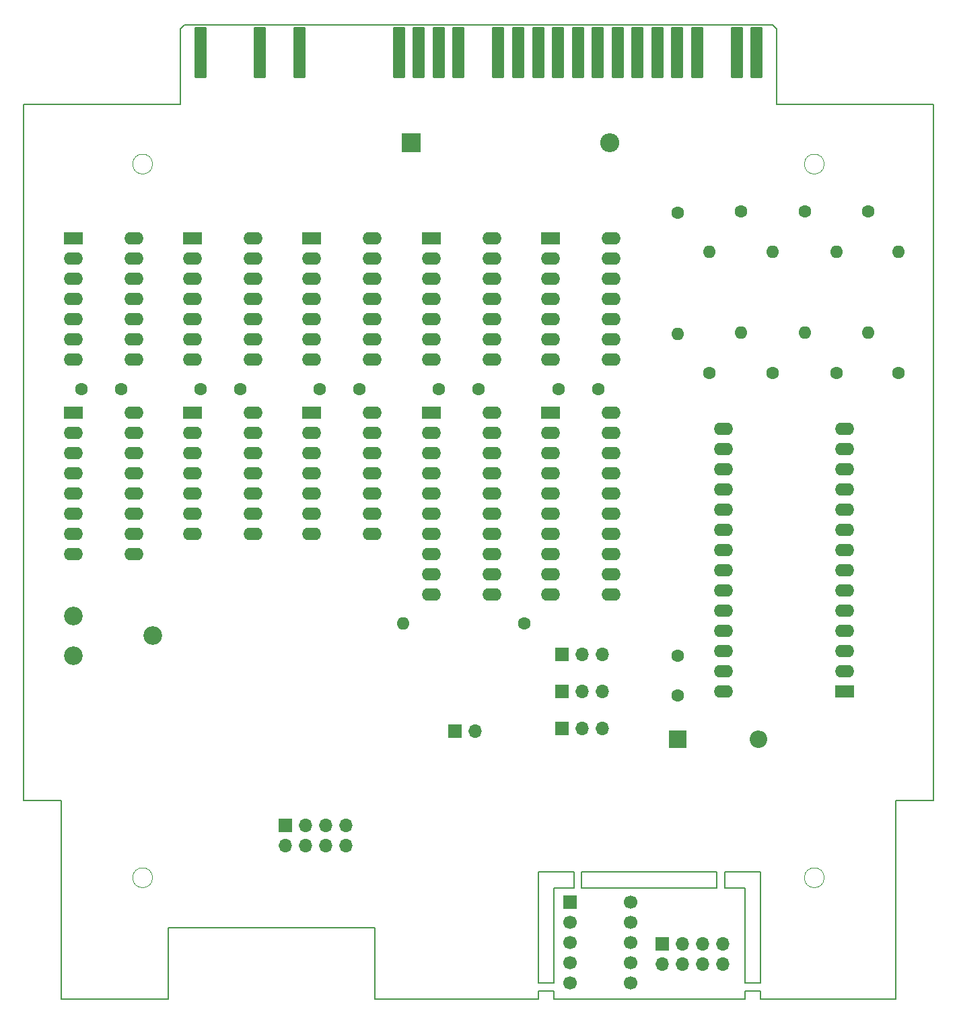
<source format=gbr>
%TF.GenerationSoftware,KiCad,Pcbnew,8.0.2*%
%TF.CreationDate,2024-05-12T21:20:15+02:00*%
%TF.ProjectId,M062.2,4d303632-2e32-42e6-9b69-6361645f7063,2*%
%TF.SameCoordinates,Original*%
%TF.FileFunction,Soldermask,Bot*%
%TF.FilePolarity,Negative*%
%FSLAX46Y46*%
G04 Gerber Fmt 4.6, Leading zero omitted, Abs format (unit mm)*
G04 Created by KiCad (PCBNEW 8.0.2) date 2024-05-12 21:20:15*
%MOMM*%
%LPD*%
G01*
G04 APERTURE LIST*
G04 Aperture macros list*
%AMRoundRect*
0 Rectangle with rounded corners*
0 $1 Rounding radius*
0 $2 $3 $4 $5 $6 $7 $8 $9 X,Y pos of 4 corners*
0 Add a 4 corners polygon primitive as box body*
4,1,4,$2,$3,$4,$5,$6,$7,$8,$9,$2,$3,0*
0 Add four circle primitives for the rounded corners*
1,1,$1+$1,$2,$3*
1,1,$1+$1,$4,$5*
1,1,$1+$1,$6,$7*
1,1,$1+$1,$8,$9*
0 Add four rect primitives between the rounded corners*
20,1,$1+$1,$2,$3,$4,$5,0*
20,1,$1+$1,$4,$5,$6,$7,0*
20,1,$1+$1,$6,$7,$8,$9,0*
20,1,$1+$1,$8,$9,$2,$3,0*%
G04 Aperture macros list end*
%ADD10C,2.340000*%
%ADD11R,2.400000X1.600000*%
%ADD12O,2.400000X1.600000*%
%ADD13C,1.600000*%
%ADD14O,1.600000X1.600000*%
%ADD15R,2.400000X2.400000*%
%ADD16O,2.400000X2.400000*%
%ADD17RoundRect,0.150000X-0.600000X-3.100000X0.600000X-3.100000X0.600000X3.100000X-0.600000X3.100000X0*%
%ADD18R,1.700000X1.700000*%
%ADD19C,1.700000*%
%ADD20O,1.700000X1.700000*%
%ADD21R,2.200000X2.200000*%
%ADD22O,2.200000X2.200000*%
%TA.AperFunction,Profile*%
%ADD23C,0.150000*%
%TD*%
%TA.AperFunction,Profile*%
%ADD24C,0.120000*%
%TD*%
G04 APERTURE END LIST*
D10*
%TO.C,RV1*%
X101000000Y-120500000D03*
X111000000Y-118000000D03*
X101000000Y-115500000D03*
%TD*%
D11*
%TO.C,U1*%
X116000000Y-68000000D03*
D12*
X116000000Y-70540000D03*
X116000000Y-73080000D03*
X116000000Y-75620000D03*
X116000000Y-78160000D03*
X116000000Y-80700000D03*
X116000000Y-83240000D03*
X123620000Y-83240000D03*
X123620000Y-80700000D03*
X123620000Y-78160000D03*
X123620000Y-75620000D03*
X123620000Y-73080000D03*
X123620000Y-70540000D03*
X123620000Y-68000000D03*
%TD*%
D13*
%TO.C,R6*%
X185000000Y-64680000D03*
D14*
X185000000Y-79920000D03*
%TD*%
D13*
%TO.C,R3*%
X197000000Y-85000000D03*
D14*
X197000000Y-69760000D03*
%TD*%
D15*
%TO.C,C1*%
X143500000Y-56000000D03*
D16*
X168500000Y-56000000D03*
%TD*%
D17*
%TO.C,X1*%
X186960000Y-44700000D03*
X184460000Y-44700000D03*
X179460000Y-44700000D03*
X176960000Y-44700000D03*
X174460000Y-44700000D03*
X171960000Y-44700000D03*
X169460000Y-44700000D03*
X166960000Y-44700000D03*
X164460000Y-44700000D03*
X161960000Y-44700000D03*
X159460000Y-44700000D03*
X156960000Y-44700000D03*
X154460000Y-44700000D03*
X149460000Y-44700000D03*
X146960000Y-44700000D03*
X144460000Y-44700000D03*
X141960000Y-44700000D03*
X129460000Y-44700000D03*
X124460000Y-44700000D03*
X116960000Y-44700000D03*
%TD*%
D13*
%TO.C,R9*%
X157740000Y-116500000D03*
D14*
X142500000Y-116500000D03*
%TD*%
D13*
%TO.C,R7*%
X181000000Y-85000000D03*
D14*
X181000000Y-69760000D03*
%TD*%
D18*
%TO.C,U12*%
X163500000Y-151500000D03*
D19*
X163500000Y-154040000D03*
X163500000Y-156580000D03*
X163500000Y-159120000D03*
X163500000Y-161660000D03*
X171120000Y-161660000D03*
X171120000Y-159120000D03*
X171120000Y-156580000D03*
X171120000Y-154040000D03*
X171120000Y-151500000D03*
%TD*%
D11*
%TO.C,U11*%
X198000000Y-125000000D03*
D12*
X198000000Y-122460000D03*
X198000000Y-119920000D03*
X198000000Y-117380000D03*
X198000000Y-114840000D03*
X198000000Y-112300000D03*
X198000000Y-109760000D03*
X198000000Y-107220000D03*
X198000000Y-104680000D03*
X198000000Y-102140000D03*
X198000000Y-99600000D03*
X198000000Y-97060000D03*
X198000000Y-94520000D03*
X198000000Y-91980000D03*
X182760000Y-91980000D03*
X182760000Y-94520000D03*
X182760000Y-97060000D03*
X182760000Y-99600000D03*
X182760000Y-102140000D03*
X182760000Y-104680000D03*
X182760000Y-107220000D03*
X182760000Y-109760000D03*
X182760000Y-112300000D03*
X182760000Y-114840000D03*
X182760000Y-117380000D03*
X182760000Y-119920000D03*
X182760000Y-122460000D03*
X182760000Y-125000000D03*
%TD*%
D13*
%TO.C,R1*%
X204760000Y-85000000D03*
D14*
X204760000Y-69760000D03*
%TD*%
D13*
%TO.C,R2*%
X201000000Y-64680000D03*
D14*
X201000000Y-79920000D03*
%TD*%
D11*
%TO.C,U9*%
X131000000Y-68000000D03*
D12*
X131000000Y-70540000D03*
X131000000Y-73080000D03*
X131000000Y-75620000D03*
X131000000Y-78160000D03*
X131000000Y-80700000D03*
X131000000Y-83240000D03*
X138620000Y-83240000D03*
X138620000Y-80700000D03*
X138620000Y-78160000D03*
X138620000Y-75620000D03*
X138620000Y-73080000D03*
X138620000Y-70540000D03*
X138620000Y-68000000D03*
%TD*%
D18*
%TO.C,JP4*%
X162475000Y-120350000D03*
D20*
X165015000Y-120350000D03*
X167555000Y-120350000D03*
%TD*%
D11*
%TO.C,U2*%
X146000000Y-68000000D03*
D12*
X146000000Y-70540000D03*
X146000000Y-73080000D03*
X146000000Y-75620000D03*
X146000000Y-78160000D03*
X146000000Y-80700000D03*
X146000000Y-83240000D03*
X153620000Y-83240000D03*
X153620000Y-80700000D03*
X153620000Y-78160000D03*
X153620000Y-75620000D03*
X153620000Y-73080000D03*
X153620000Y-70540000D03*
X153620000Y-68000000D03*
%TD*%
D21*
%TO.C,D1*%
X177000000Y-131000000D03*
D22*
X187160000Y-131000000D03*
%TD*%
D13*
%TO.C,C7*%
X177000000Y-125500000D03*
X177000000Y-120500000D03*
%TD*%
D11*
%TO.C,U3*%
X116000000Y-90000000D03*
D12*
X116000000Y-92540000D03*
X116000000Y-95080000D03*
X116000000Y-97620000D03*
X116000000Y-100160000D03*
X116000000Y-102700000D03*
X116000000Y-105240000D03*
X123620000Y-105240000D03*
X123620000Y-102700000D03*
X123620000Y-100160000D03*
X123620000Y-97620000D03*
X123620000Y-95080000D03*
X123620000Y-92540000D03*
X123620000Y-90000000D03*
%TD*%
D18*
%TO.C,JP2*%
X149000000Y-130000000D03*
D20*
X151540000Y-130000000D03*
%TD*%
D13*
%TO.C,C5*%
X152000000Y-87000000D03*
X147000000Y-87000000D03*
%TD*%
D18*
%TO.C,J1*%
X127650000Y-141875000D03*
D20*
X127650000Y-144415000D03*
X130190000Y-141875000D03*
X130190000Y-144415000D03*
X132730000Y-141875000D03*
X132730000Y-144415000D03*
X135270000Y-141875000D03*
X135270000Y-144415000D03*
%TD*%
D11*
%TO.C,U5*%
X101000000Y-90000000D03*
D12*
X101000000Y-92540000D03*
X101000000Y-95080000D03*
X101000000Y-97620000D03*
X101000000Y-100160000D03*
X101000000Y-102700000D03*
X101000000Y-105240000D03*
X101000000Y-107780000D03*
X108620000Y-107780000D03*
X108620000Y-105240000D03*
X108620000Y-102700000D03*
X108620000Y-100160000D03*
X108620000Y-97620000D03*
X108620000Y-95080000D03*
X108620000Y-92540000D03*
X108620000Y-90000000D03*
%TD*%
D13*
%TO.C,R4*%
X193000000Y-64680000D03*
D14*
X193000000Y-79920000D03*
%TD*%
D13*
%TO.C,C2*%
X107000000Y-87000000D03*
X102000000Y-87000000D03*
%TD*%
D11*
%TO.C,U8*%
X101000000Y-68000000D03*
D12*
X101000000Y-70540000D03*
X101000000Y-73080000D03*
X101000000Y-75620000D03*
X101000000Y-78160000D03*
X101000000Y-80700000D03*
X101000000Y-83240000D03*
X108620000Y-83240000D03*
X108620000Y-80700000D03*
X108620000Y-78160000D03*
X108620000Y-75620000D03*
X108620000Y-73080000D03*
X108620000Y-70540000D03*
X108620000Y-68000000D03*
%TD*%
D13*
%TO.C,R8*%
X177000000Y-64840000D03*
D14*
X177000000Y-80080000D03*
%TD*%
D11*
%TO.C,U7*%
X161000000Y-90000000D03*
D12*
X161000000Y-92540000D03*
X161000000Y-95080000D03*
X161000000Y-97620000D03*
X161000000Y-100160000D03*
X161000000Y-102700000D03*
X161000000Y-105240000D03*
X161000000Y-107780000D03*
X161000000Y-110320000D03*
X161000000Y-112860000D03*
X168620000Y-112860000D03*
X168620000Y-110320000D03*
X168620000Y-107780000D03*
X168620000Y-105240000D03*
X168620000Y-102700000D03*
X168620000Y-100160000D03*
X168620000Y-97620000D03*
X168620000Y-95080000D03*
X168620000Y-92540000D03*
X168620000Y-90000000D03*
%TD*%
D13*
%TO.C,R5*%
X189000000Y-85000000D03*
D14*
X189000000Y-69760000D03*
%TD*%
D13*
%TO.C,C6*%
X167000000Y-87000000D03*
X162000000Y-87000000D03*
%TD*%
%TO.C,C3*%
X122000000Y-87000000D03*
X117000000Y-87000000D03*
%TD*%
D11*
%TO.C,U4*%
X161000000Y-68000000D03*
D12*
X161000000Y-70540000D03*
X161000000Y-73080000D03*
X161000000Y-75620000D03*
X161000000Y-78160000D03*
X161000000Y-80700000D03*
X161000000Y-83240000D03*
X168620000Y-83240000D03*
X168620000Y-80700000D03*
X168620000Y-78160000D03*
X168620000Y-75620000D03*
X168620000Y-73080000D03*
X168620000Y-70540000D03*
X168620000Y-68000000D03*
%TD*%
D13*
%TO.C,C4*%
X137000000Y-87000000D03*
X132000000Y-87000000D03*
%TD*%
D11*
%TO.C,U10*%
X146000000Y-90000000D03*
D12*
X146000000Y-92540000D03*
X146000000Y-95080000D03*
X146000000Y-97620000D03*
X146000000Y-100160000D03*
X146000000Y-102700000D03*
X146000000Y-105240000D03*
X146000000Y-107780000D03*
X146000000Y-110320000D03*
X146000000Y-112860000D03*
X153620000Y-112860000D03*
X153620000Y-110320000D03*
X153620000Y-107780000D03*
X153620000Y-105240000D03*
X153620000Y-102700000D03*
X153620000Y-100160000D03*
X153620000Y-97620000D03*
X153620000Y-95080000D03*
X153620000Y-92540000D03*
X153620000Y-90000000D03*
%TD*%
D18*
%TO.C,JP1*%
X162475000Y-129650000D03*
D20*
X165015000Y-129650000D03*
X167555000Y-129650000D03*
%TD*%
D18*
%TO.C,JP3*%
X162475000Y-125000000D03*
D20*
X165015000Y-125000000D03*
X167555000Y-125000000D03*
%TD*%
D11*
%TO.C,U6*%
X131000000Y-90000000D03*
D12*
X131000000Y-92540000D03*
X131000000Y-95080000D03*
X131000000Y-97620000D03*
X131000000Y-100160000D03*
X131000000Y-102700000D03*
X131000000Y-105240000D03*
X138620000Y-105240000D03*
X138620000Y-102700000D03*
X138620000Y-100160000D03*
X138620000Y-97620000D03*
X138620000Y-95080000D03*
X138620000Y-92540000D03*
X138620000Y-90000000D03*
%TD*%
D18*
%TO.C,J2*%
X175080000Y-156760000D03*
D20*
X175080000Y-159300000D03*
X177620000Y-156760000D03*
X177620000Y-159300000D03*
X180160000Y-156760000D03*
X180160000Y-159300000D03*
X182700000Y-156760000D03*
X182700000Y-159300000D03*
%TD*%
D23*
%TO.C,X1*%
X94710000Y-51200000D02*
X94710000Y-138700000D01*
X99460000Y-138700000D02*
X94710000Y-138700000D01*
X99460000Y-138700000D02*
X99460000Y-163700000D01*
X112960000Y-154700000D02*
X112960000Y-163700000D01*
X112960000Y-154700000D02*
X138960000Y-154700000D01*
X112960000Y-163700000D02*
X99460000Y-163700000D01*
X114460000Y-41700000D02*
X114960000Y-41200000D01*
X114460000Y-51200000D02*
X94710000Y-51200000D01*
X114460000Y-51200000D02*
X114460000Y-41700000D01*
X114960000Y-41200000D02*
X188960000Y-41200000D01*
X138960000Y-154700000D02*
X138960000Y-163700000D01*
X159460000Y-147700000D02*
X159460000Y-161700000D01*
X159460000Y-161700000D02*
X161460000Y-161700000D01*
X159460000Y-162700000D02*
X159460000Y-163700000D01*
X159460000Y-162700000D02*
X161460000Y-162700000D01*
X159460000Y-163700000D02*
X138960000Y-163700000D01*
X161460000Y-149700000D02*
X161460000Y-161700000D01*
X161460000Y-162700000D02*
X161460000Y-163700000D01*
X163960000Y-147700000D02*
X159460000Y-147700000D01*
X163960000Y-147700000D02*
X163960000Y-149700000D01*
X163960000Y-149700000D02*
X161460000Y-149700000D01*
X164960000Y-147700000D02*
X164960000Y-149700000D01*
X164960000Y-147700000D02*
X181960000Y-147700000D01*
X164960000Y-149700000D02*
X181960000Y-149700000D01*
X181960000Y-149700000D02*
X181960000Y-147700000D01*
X182960000Y-147700000D02*
X187460000Y-147700000D01*
X182960000Y-149700000D02*
X182960000Y-147700000D01*
X182960000Y-149700000D02*
X185460000Y-149700000D01*
X185460000Y-149700000D02*
X185460000Y-161700000D01*
X185460000Y-161700000D02*
X187460000Y-161700000D01*
X185460000Y-162700000D02*
X185460000Y-163700000D01*
X185460000Y-162700000D02*
X187460000Y-162700000D01*
X185460000Y-163700000D02*
X161460000Y-163700000D01*
X187460000Y-147700000D02*
X187460000Y-161700000D01*
X187460000Y-162700000D02*
X187460000Y-163700000D01*
X189460000Y-41700000D02*
X188960000Y-41200000D01*
X189460000Y-41700000D02*
X189460000Y-51200000D01*
X189460000Y-51200000D02*
X209210000Y-51200000D01*
X204460000Y-138700000D02*
X204460000Y-163700000D01*
X204460000Y-163700000D02*
X187460000Y-163700000D01*
X209210000Y-51200000D02*
X209210000Y-138700000D01*
X209210000Y-138700000D02*
X204460000Y-138700000D01*
D24*
X110960000Y-58700000D02*
G75*
G02*
X108460000Y-58700000I-1250000J0D01*
G01*
X108460000Y-58700000D02*
G75*
G02*
X110960000Y-58700000I1250000J0D01*
G01*
X110960000Y-148450000D02*
G75*
G02*
X108460000Y-148450000I-1250000J0D01*
G01*
X108460000Y-148450000D02*
G75*
G02*
X110960000Y-148450000I1250000J0D01*
G01*
X195460000Y-58700000D02*
G75*
G02*
X192960000Y-58700000I-1250000J0D01*
G01*
X192960000Y-58700000D02*
G75*
G02*
X195460000Y-58700000I1250000J0D01*
G01*
X195460000Y-148450000D02*
G75*
G02*
X192960000Y-148450000I-1250000J0D01*
G01*
X192960000Y-148450000D02*
G75*
G02*
X195460000Y-148450000I1250000J0D01*
G01*
%TD*%
M02*

</source>
